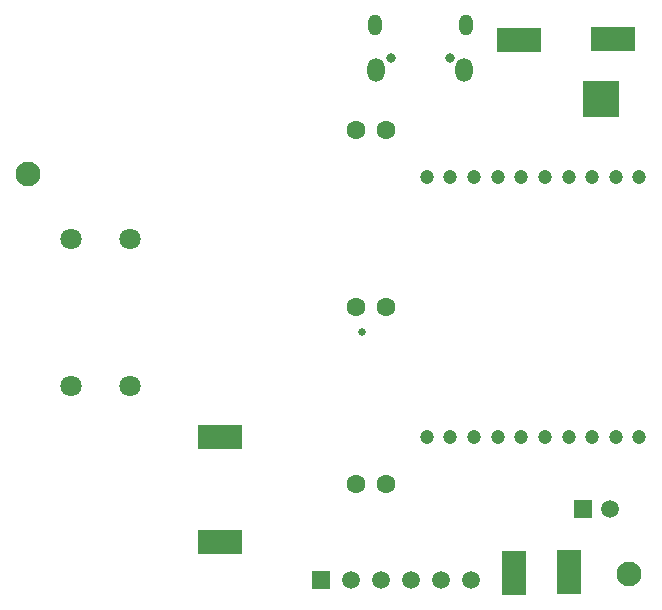
<source format=gbr>
%TF.GenerationSoftware,Altium Limited,Altium Designer,21.6.1 (37)*%
G04 Layer_Color=16711935*
%FSLAX43Y43*%
%MOMM*%
%TF.SameCoordinates,1E6E8873-E5BF-4629-9129-2C513CDE5FDC*%
%TF.FilePolarity,Negative*%
%TF.FileFunction,Soldermask,Bot*%
%TF.Part,Single*%
G01*
G75*
%TA.AperFunction,SMDPad,CuDef*%
%ADD16R,3.100X3.100*%
%TA.AperFunction,ComponentPad*%
%ADD27C,2.100*%
%ADD28C,1.500*%
%ADD29R,1.500X1.500*%
%ADD30C,1.800*%
%ADD31C,0.800*%
%ADD32O,1.150X1.800*%
%ADD33O,1.450X2.000*%
%ADD34C,1.600*%
%ADD35C,1.200*%
%TA.AperFunction,ViaPad*%
%ADD36C,0.650*%
%ADD38C,0.750*%
%TA.AperFunction,SMDPad,CuDef*%
%ADD39R,2.030X3.800*%
%ADD40R,3.800X2.030*%
D16*
X55900Y43332D02*
D03*
D27*
X58300Y3100D02*
D03*
X7400Y37000D02*
D03*
D28*
X44900Y2600D02*
D03*
X42360D02*
D03*
X39820D02*
D03*
X37280D02*
D03*
X34740D02*
D03*
X56639Y8636D02*
D03*
D29*
X32200Y2600D02*
D03*
X54359Y8636D02*
D03*
D30*
X16010Y31496D02*
D03*
Y18996D02*
D03*
X11010Y31496D02*
D03*
Y18996D02*
D03*
D31*
X38100Y46841D02*
D03*
X43100D02*
D03*
D32*
X36725Y49591D02*
D03*
X44475D02*
D03*
D33*
X36875Y45791D02*
D03*
X44325D02*
D03*
D34*
X37680Y10746D02*
D03*
X35140D02*
D03*
X37680Y25746D02*
D03*
X35140D02*
D03*
X37680Y40746D02*
D03*
X35140D02*
D03*
D35*
X59150Y36755D02*
D03*
X57150D02*
D03*
X55150D02*
D03*
X53150D02*
D03*
X51150D02*
D03*
X49150D02*
D03*
X47150D02*
D03*
X45150D02*
D03*
X43150D02*
D03*
X41150D02*
D03*
X59150Y14755D02*
D03*
X57150D02*
D03*
X55150D02*
D03*
X53150D02*
D03*
X51150D02*
D03*
X49150D02*
D03*
X47150D02*
D03*
X45150D02*
D03*
X43150D02*
D03*
X41150D02*
D03*
D36*
X35640Y23600D02*
D03*
D38*
X56900Y44332D02*
D03*
X55900D02*
D03*
X54900D02*
D03*
X56900Y43332D02*
D03*
Y42332D02*
D03*
X55900Y43332D02*
D03*
Y42332D02*
D03*
X54900Y43332D02*
D03*
Y42332D02*
D03*
D39*
X48500Y3200D02*
D03*
X53150Y3302D02*
D03*
D40*
X23622Y14755D02*
D03*
Y5842D02*
D03*
X48952Y48300D02*
D03*
X56900Y48400D02*
D03*
%TF.MD5,748d9ae79eef679a2df67d013f7fa226*%
M02*

</source>
